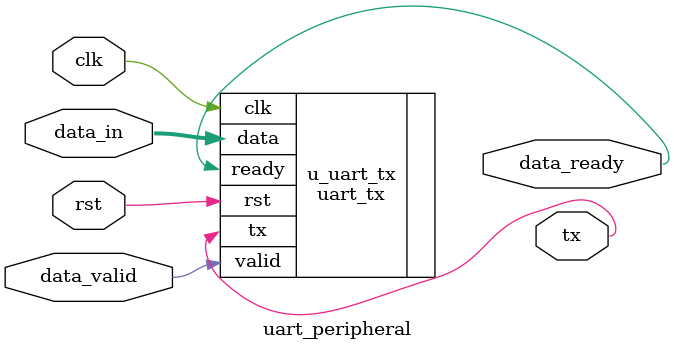
<source format=v>
module uart_peripheral #(
    parameter CLK_FREQ = 27,
    parameter BAUD     = 115200
) (
    input        clk,
    input        rst,
    input  [7:0] data_in,
    input        data_valid,
    output       data_ready,
    output       tx
);
    uart_tx #(
        .CLK_FREQ(CLK_FREQ),
        .BAUD(BAUD)
    ) u_uart_tx (
        .clk(clk),
        .rst(rst),
        .data(data_in),
        .valid(data_valid),
        .ready(data_ready),
        .tx(tx)
    );
endmodule

</source>
